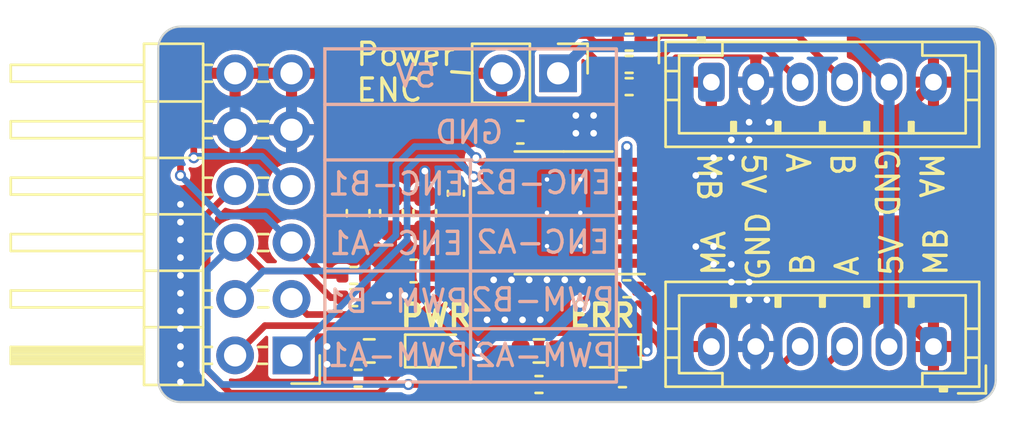
<source format=kicad_pcb>
(kicad_pcb (version 20221018) (generator pcbnew)
  (layers (0 "F.Cu" signal) (31 "B.Cu" signal) (34 "B.Paste" user) (35 "F.Paste" user) (36 "B.SilkS" user "B.Silkscreen") (37 "F.SilkS" user "F.Silkscreen") (38 "B.Mask" user) (39 "F.Mask" user) (44 "Edge.Cuts" user))
  (net 0 "")
  (net 1 "+5V")
  (net 2 "Net-(U6-VCP)")
  (net 3 "GND")
  (net 4 "Net-(U6-VINT)")
  (net 5 "Net-(D1-K)")
  (net 6 "Net-(D2-K)")
  (net 7 "Net-(J1-Pin_1)")
  (net 8 "/ENC_B2")
  (net 9 "/ENC_A2")
  (net 10 "Net-(J1-Pin_5)")
  (net 11 "Net-(J1-Pin_6)")
  (net 12 "Net-(J6-Pin_1)")
  (net 13 "/ENC_B1")
  (net 14 "/ENC_A1")
  (net 15 "Net-(J6-Pin_6)")
  (net 16 "/PWM-A2")
  (net 17 "/PWM-A1")
  (net 18 "/PWM-B2")
  (net 19 "/PWM-B1")
  (net 20 "Net-(U6-nSLEEP)")
  (net 21 "Net-(J1-Pin_3)")
  (net 22 "Net-(J1-Pin_4)")
  (net 23 "Net-(J6-Pin_3)")
  (net 24 "Net-(J6-Pin_4)")
  (net 25 "Net-(D1-A)")
  (footprint "Connector_JST:JST_PH_B6B-PH-K_1x06_P2.00mm_Vertical" (layer "F.Cu") (at 168.9 89.6 180)
    (fp_text reference "J6" hide)
    (fp_text value "Encoder" hide)
    (pad "1" thru_hole roundrect (at 0 0 180) (size 1.2 1.75) (drill 0.75) (layers "*.Cu" "*.Mask") (roundrect_rratio 0.208333) (net 12 "Net-(J6-Pin_1)"))
    (pad "2" thru_hole oval (at 2 0 180) (size 1.2 1.75) (drill 0.75) (layers "*.Cu" "*.Mask") (net 10 "Net-(J1-Pin_5)"))
    (pad "3" thru_hole oval (at 4 0 180) (size 1.2 1.75) (drill 0.75) (layers "*.Cu" "*.Mask") (net 23 "Net-(J6-Pin_3)"))
    (pad "4" thru_hole oval (at 6 0 180) (size 1.2 1.75) (drill 0.75) (layers "*.Cu" "*.Mask") (net 24 "Net-(J6-Pin_4)"))
    (pad "5" thru_hole oval (at 8 0 180) (size 1.2 1.75) (drill 0.75) (layers "*.Cu" "*.Mask") (net 3 "GND"))
    (pad "6" thru_hole oval (at 10 0 180) (size 1.2 1.75) (drill 0.75) (layers "*.Cu" "*.Mask") (net 15 "Net-(J6-Pin_6)"))
  )
  (footprint "Connector_PinHeader_2.54mm:PinHeader_2x06_P2.54mm_Horizontal" (layer "F.Cu") (at 140 90 180)
    (fp_text reference "J8" hide)
    (fp_text value "Conn_02x06_Odd_Even" hide)
    (pad "1" thru_hole rect (at 0 0 180) (size 1.7 1.7) (drill 1) (layers "*.Cu" "*.Mask") (net 16 "/PWM-A2"))
    (pad "2" thru_hole oval (at 2.54 0 180) (size 1.7 1.7) (drill 1) (layers "*.Cu" "*.Mask") (net 17 "/PWM-A1"))
    (pad "3" thru_hole oval (at 0 2.54 180) (size 1.7 1.7) (drill 1) (layers "*.Cu" "*.Mask") (net 18 "/PWM-B2"))
    (pad "4" thru_hole oval (at 2.54 2.54 180) (size 1.7 1.7) (drill 1) (layers "*.Cu" "*.Mask") (net 19 "/PWM-B1"))
    (pad "5" thru_hole oval (at 0 5.08 180) (size 1.7 1.7) (drill 1) (layers "*.Cu" "*.Mask") (net 9 "/ENC_A2"))
    (pad "6" thru_hole oval (at 2.54 5.08 180) (size 1.7 1.7) (drill 1) (layers "*.Cu" "*.Mask") (net 14 "/ENC_A1"))
    (pad "7" thru_hole oval (at 0 7.62 180) (size 1.7 1.7) (drill 1) (layers "*.Cu" "*.Mask") (net 8 "/ENC_B2"))
    (pad "8" thru_hole oval (at 2.54 7.62 180) (size 1.7 1.7) (drill 1) (layers "*.Cu" "*.Mask") (net 13 "/ENC_B1"))
    (pad "9" thru_hole oval (at 0 10.16 180) (size 1.7 1.7) (drill 1) (layers "*.Cu" "*.Mask") (net 3 "GND"))
    (pad "10" thru_hole oval (at 2.54 10.16 180) (size 1.7 1.7) (drill 1) (layers "*.Cu" "*.Mask") (net 3 "GND"))
    (pad "11" thru_hole oval (at 0 12.7 180) (size 1.7 1.7) (drill 1) (layers "*.Cu" "*.Mask") (net 1 "+5V"))
    (pad "12" thru_hole oval (at 2.54 12.7 180) (size 1.7 1.7) (drill 1) (layers "*.Cu" "*.Mask") (net 1 "+5V"))
  )
  (footprint "Resistor_SMD:R_0402_1005Metric" (layer "F.Cu") (at 143 91.03 180)
    (fp_text reference "R10" hide)
    (fp_text value "10k" hide)
    (pad "1" smd roundrect (at -0.51 0 180) (size 0.54 0.64) (layers "F.Cu" "F.Paste" "F.Mask") (net 13 "/ENC_B1"))
    (pad "2" smd roundrect (at 0.51 0 180) (size 0.54 0.64) (layers "F.Cu" "F.Paste" "F.Mask") (net 3 "GND"))
  )
  (footprint "Capacitor_SMD:C_0603_1608Metric" (layer "F.Cu") (at 146 83.6 -90)
    (fp_text reference "C12" hide)
    (fp_text value "10u" hide)
    (pad "1" smd roundrect (at -0.775 0 270) (size 0.9 0.95) (layers "F.Cu" "F.Paste" "F.Mask") (net 1 "+5V"))
    (pad "2" smd roundrect (at 0.775 0 270) (size 0.9 0.95) (layers "F.Cu" "F.Paste" "F.Mask") (net 3 "GND"))
  )
  (footprint "Connector_PinHeader_2.54mm:PinHeader_1x02_P2.54mm_Vertical" (layer "F.Cu") (at 152 77.3 -90)
    (fp_text reference "JP4" hide)
    (fp_text value "Jumper_2_Bridged" hide)
    (pad "1" thru_hole rect (at 0 0 270) (size 1.7 1.7) (drill 1) (layers "*.Cu" "*.Mask") (net 10 "Net-(J1-Pin_5)"))
    (pad "2" thru_hole oval (at 0 2.54 270) (size 1.7 1.7) (drill 1) (layers "*.Cu" "*.Mask") (net 1 "+5V"))
  )
  (footprint "Capacitor_SMD:C_0603_1608Metric" (layer "F.Cu") (at 145.5 86.2 180)
    (fp_text reference "C15" hide)
    (fp_text value "2.2uF" hide)
    (pad "1" smd roundrect (at -0.775 0 180) (size 0.9 0.95) (layers "F.Cu" "F.Paste" "F.Mask") (net 4 "Net-(U6-VINT)"))
    (pad "2" smd roundrect (at 0.775 0 180) (size 0.9 0.95) (layers "F.Cu" "F.Paste" "F.Mask") (net 3 "GND"))
  )
  (footprint "Resistor_SMD:R_0402_1005Metric" (layer "F.Cu") (at 155.2 75.9)
    (fp_text reference "R5" hide)
    (fp_text value "4k7" hide)
    (pad "1" smd roundrect (at -0.51 0) (size 0.54 0.64) (layers "F.Cu" "F.Paste" "F.Mask") (net 9 "/ENC_A2"))
    (pad "2" smd roundrect (at 0.51 0) (size 0.54 0.64) (layers "F.Cu" "F.Paste" "F.Mask") (net 22 "Net-(J1-Pin_4)"))
  )
  (footprint "Resistor_SMD:R_0402_1005Metric" (layer "F.Cu") (at 142.8 87.4)
    (fp_text reference "R9" hide)
    (fp_text value "10k" hide)
    (pad "1" smd roundrect (at -0.51 0) (size 0.54 0.64) (layers "F.Cu" "F.Paste" "F.Mask") (net 14 "/ENC_A1"))
    (pad "2" smd roundrect (at 0.51 0) (size 0.54 0.64) (layers "F.Cu" "F.Paste" "F.Mask") (net 3 "GND"))
  )
  (footprint "Resistor_SMD:R_0402_1005Metric" (layer "F.Cu") (at 151.14 91.31)
    (fp_text reference "R6" hide)
    (fp_text value "4k7" hide)
    (pad "1" smd roundrect (at -0.51 0) (size 0.54 0.64) (layers "F.Cu" "F.Paste" "F.Mask") (net 14 "/ENC_A1"))
    (pad "2" smd roundrect (at 0.51 0) (size 0.54 0.64) (layers "F.Cu" "F.Paste" "F.Mask") (net 23 "Net-(J6-Pin_3)"))
  )
  (footprint "Resistor_SMD:R_0603_1608Metric" (layer "F.Cu") (at 151.14 89.8)
    (fp_text reference "R1" hide)
    (fp_text value "470" hide)
    (pad "1" smd roundrect (at -0.825 0) (size 0.8 0.95) (layers "F.Cu" "F.Paste" "F.Mask") (net 1 "+5V"))
    (pad "2" smd roundrect (at 0.825 0) (size 0.8 0.95) (layers "F.Cu" "F.Paste" "F.Mask") (net 25 "Net-(D1-A)"))
  )
  (footprint "Resistor_SMD:R_0402_1005Metric" (layer "F.Cu") (at 155.2 76.9)
    (fp_text reference "R4" hide)
    (fp_text value "4k7" hide)
    (pad "1" smd roundrect (at -0.51 0) (size 0.54 0.64) (layers "F.Cu" "F.Paste" "F.Mask") (net 8 "/ENC_B2"))
    (pad "2" smd roundrect (at 0.51 0) (size 0.54 0.64) (layers "F.Cu" "F.Paste" "F.Mask") (net 21 "Net-(J1-Pin_3)"))
  )
  (footprint "Package_SO:HTSSOP-16-1EP_4.4x5mm_P0.65mm_EP3.4x5mm_Mask2.46x2.31mm_ThermalVias" (layer "F.Cu") (at 152.25 83.58 180)
    (fp_text reference "U6" hide)
    (fp_text value "DRV8833" hide)
    (pad "1" smd roundrect (at -2.8625 -2.275 180) (size 1.575 0.4) (layers "F.Cu" "F.Paste" "F.Mask") (net 20 "Net-(U6-nSLEEP)"))
    (pad "2" smd roundrect (at -2.8625 -1.625 180) (size 1.575 0.4) (layers "F.Cu" "F.Paste" "F.Mask") (net 15 "Net-(J6-Pin_6)"))
    (pad "3" smd roundrect (at -2.8625 -0.975 180) (size 1.575 0.4) (layers "F.Cu" "F.Paste" "F.Mask") (net 3 "GND"))
    (pad "4" smd roundrect (at -2.8625 -0.325 180) (size 1.575 0.4) (layers "F.Cu" "F.Paste" "F.Mask") (net 12 "Net-(J6-Pin_1)"))
    (pad "5" smd roundrect (at -2.8625 0.325 180) (size 1.575 0.4) (layers "F.Cu" "F.Paste" "F.Mask") (net 11 "Net-(J1-Pin_6)"))
    (pad "6" smd roundrect (at -2.8625 0.975 180) (size 1.575 0.4) (layers "F.Cu" "F.Paste" "F.Mask") (net 3 "GND"))
    (pad "7" smd roundrect (at -2.8625 1.625 180) (size 1.575 0.4) (layers "F.Cu" "F.Paste" "F.Mask") (net 7 "Net-(J1-Pin_1)"))
    (pad "8" smd roundrect (at -2.8625 2.275 180) (size 1.575 0.4) (layers "F.Cu" "F.Paste" "F.Mask") (net 5 "Net-(D1-K)"))
    (pad "9" smd roundrect (at 2.8625 2.275 180) (size 1.575 0.4) (layers "F.Cu" "F.Paste" "F.Mask") (net 19 "/PWM-B1"))
    (pad "10" smd roundrect (at 2.8625 1.625 180) (size 1.575 0.4) (layers "F.Cu" "F.Paste" "F.Mask") (net 16 "/PWM-A2"))
    (pad "11" smd roundrect (at 2.8625 0.975 180) (size 1.575 0.4) (layers "F.Cu" "F.Paste" "F.Mask") (net 2 "Net-(U6-VCP)"))
    (pad "12" smd roundrect (at 2.8625 0.325 180) (size 1.575 0.4) (layers "F.Cu" "F.Paste" "F.Mask") (net 1 "+5V"))
    (pad "13" smd roundrect (at 2.8625 -0.325 180) (size 1.575 0.4) (layers "F.Cu" "F.Paste" "F.Mask") (net 3 "GND"))
    (pad "14" smd roundrect (at 2.8625 -0.975 180) (size 1.575 0.4) (layers "F.Cu" "F.Paste" "F.Mask") (net 4 "Net-(U6-VINT)"))
    (pad "15" smd roundrect (at 2.8625 -1.625 180) (size 1.575 0.4) (layers "F.Cu" "F.Paste" "F.Mask") (net 18 "/PWM-B2"))
    (pad "16" smd roundrect (at 2.8625 -2.275 180) (size 1.575 0.4) (layers "F.Cu" "F.Paste" "F.Mask") (net 17 "/PWM-A1"))
    (pad "17" thru_hole circle (at -0.75 -1.5 180) (size 0.5 0.5) (drill 0.2) (layers "*.Cu") (net 3 "GND"))
    (pad "17" thru_hole circle (at -0.75 0 180) (size 0.5 0.5) (drill 0.2) (layers "*.Cu") (net 3 "GND"))
    (pad "17" thru_hole circle (at -0.75 1.5 180) (size 0.5 0.5) (drill 0.2) (layers "*.Cu") (net 3 "GND"))
    (pad "17" smd rect (at 0 0 180) (size 2 3.5) (layers "B.Cu") (net 3 "GND"))
    (pad "17" smd rect (at 0 0 180) (size 3.4 5) (layers "F.Cu") (net 3 "GND"))
    (pad "17" thru_hole circle (at 0.75 -1.5 180) (size 0.5 0.5) (drill 0.2) (layers "*.Cu") (net 3 "GND"))
    (pad "17" thru_hole circle (at 0.75 0 180) (size 0.5 0.5) (drill 0.2) (layers "*.Cu") (net 3 "GND"))
    (pad "17" thru_hole circle (at 0.75 1.5 180) (size 0.5 0.5) (drill 0.2) (layers "*.Cu") (net 3 "GND"))
  )
  (footprint "Resistor_SMD:R_0402_1005Metric" (layer "F.Cu") (at 142.8 86.4)
    (fp_text reference "R8" hide)
    (fp_text value "10k" hide)
    (pad "1" smd roundrect (at -0.51 0) (size 0.54 0.64) (layers "F.Cu" "F.Paste" "F.Mask") (net 9 "/ENC_A2"))
    (pad "2" smd roundrect (at 0.51 0) (size 0.54 0.64) (layers "F.Cu" "F.Paste" "F.Mask") (net 3 "GND"))
  )
  (footprint "Connector_JST:JST_PH_B6B-PH-K_1x06_P2.00mm_Vertical" (layer "F.Cu") (at 158.9 77.7)
    (fp_text reference "J1" hide)
    (fp_text value "Encoder" hide)
    (pad "1" thru_hole roundrect (at 0 0) (size 1.2 1.75) (drill 0.75) (layers "*.Cu" "*.Mask") (roundrect_rratio 0.208333) (net 7 "Net-(J1-Pin_1)"))
    (pad "2" thru_hole oval (at 2 0) (size 1.2 1.75) (drill 0.75) (layers "*.Cu" "*.Mask") (net 3 "GND"))
    (pad "3" thru_hole oval (at 4 0) (size 1.2 1.75) (drill 0.75) (layers "*.Cu" "*.Mask") (net 21 "Net-(J1-Pin_3)"))
    (pad "4" thru_hole oval (at 6 0) (size 1.2 1.75) (drill 0.75) (layers "*.Cu" "*.Mask") (net 22 "Net-(J1-Pin_4)"))
    (pad "5" thru_hole oval (at 8 0) (size 1.2 1.75) (drill 0.75) (layers "*.Cu" "*.Mask") (net 10 "Net-(J1-Pin_5)"))
    (pad "6" thru_hole oval (at 10 0) (size 1.2 1.75) (drill 0.75) (layers "*.Cu" "*.Mask") (net 11 "Net-(J1-Pin_6)"))
  )
  (footprint "Resistor_SMD:R_0402_1005Metric" (layer "F.Cu") (at 155.2 77.9)
    (fp_text reference "R3" hide)
    (fp_text value "10k" hide)
    (pad "1" smd roundrect (at -0.51 0) (size 0.54 0.64) (layers "F.Cu" "F.Paste" "F.Mask") (net 8 "/ENC_B2"))
    (pad "2" smd roundrect (at 0.51 0) (size 0.54 0.64) (layers "F.Cu" "F.Paste" "F.Mask") (net 3 "GND"))
  )
  (footprint "LED_SMD:LED_0603_1608Metric" (layer "F.Cu") (at 154.24 89.8 180)
    (fp_text reference "D1" hide)
    (fp_text value "LED" hide)
    (pad "1" smd roundrect (at -0.7875 0 180) (size 0.875 0.95) (layers "F.Cu" "F.Paste" "F.Mask") (net 5 "Net-(D1-K)"))
    (pad "2" smd roundrect (at 0.7875 0 180) (size 0.875 0.95) (layers "F.Cu" "F.Paste" "F.Mask") (net 25 "Net-(D1-A)"))
  )
  (footprint "Capacitor_SMD:C_0603_1608Metric" (layer "F.Cu") (at 150.3 79.95)
    (fp_text reference "C1" hide)
    (fp_text value "10u" hide)
    (pad "1" smd roundrect (at -0.775 0) (size 0.9 0.95) (layers "F.Cu" "F.Paste" "F.Mask") (net 1 "+5V"))
    (pad "2" smd roundrect (at 0.775 0) (size 0.9 0.95) (layers "F.Cu" "F.Paste" "F.Mask") (net 3 "GND"))
  )
  (footprint "LED_SMD:LED_0603_1608Metric" (layer "F.Cu") (at 146.6 89.8)
    (fp_text reference "D2" hide)
    (fp_text value "LED" hide)
    (pad "1" smd roundrect (at -0.7875 0) (size 0.875 0.95) (layers "F.Cu" "F.Paste" "F.Mask") (net 6 "Net-(D2-K)"))
    (pad "2" smd roundrect (at 0.7875 0) (size 0.875 0.95) (layers "F.Cu" "F.Paste" "F.Mask") (net 1 "+5V"))
  )
  (footprint "Capacitor_SMD:C_0402_1005Metric" (layer "F.Cu") (at 147.4 82.7 90)
    (fp_text reference "C11" hide)
    (fp_text value "0.1u" hide)
    (pad "1" smd roundrect (at -0.48 0 90) (size 0.56 0.62) (layers "F.Cu" "F.Paste" "F.Mask") (net 1 "+5V"))
    (pad "2" smd roundrect (at 0.48 0 90) (size 0.56 0.62) (layers "F.Cu" "F.Paste" "F.Mask") (net 2 "Net-(U6-VCP)"))
  )
  (footprint "Resistor_SMD:R_0402_1005Metric" (layer "F.Cu") (at 154.9 91.05)
    (fp_text reference "R7" hide)
    (fp_text value "4k7" hide)
    (pad "1" smd roundrect (at -0.51 0) (size 0.54 0.64) (layers "F.Cu" "F.Paste" "F.Mask") (net 13 "/ENC_B1"))
    (pad "2" smd roundrect (at 0.51 0) (size 0.54 0.64) (layers "F.Cu" "F.Paste" "F.Mask") (net 24 "Net-(J6-Pin_4)"))
  )
  (footprint "Capacitor_SMD:C_0603_1608Metric" (layer "F.Cu") (at 143 83.6 -90)
    (fp_text reference "C14" hide)
    (fp_text value "10u" hide)
    (pad "1" smd roundrect (at -0.775 0 270) (size 0.9 0.95) (layers "F.Cu" "F.Paste" "F.Mask") (net 1 "+5V"))
    (pad "2" smd roundrect (at 0.775 0 270) (size 0.9 0.95) (layers "F.Cu" "F.Paste" "F.Mask") (net 3 "GND"))
  )
  (footprint "Resistor_SMD:R_0402_1005Metric" (layer "F.Cu") (at 155.1 87)
    (fp_text reference "R24" hide)
    (fp_text value "10k" hide)
    (pad "1" smd roundrect (at -0.51 0) (size 0.54 0.64) (layers "F.Cu" "F.Paste" "F.Mask") (net 1 "+5V"))
    (pad "2" smd roundrect (at 0.51 0) (size 0.54 0.64) (layers "F.Cu" "F.Paste" "F.Mask") (net 20 "Net-(U6-nSLEEP)"))
  )
  (footprint "Resistor_SMD:R_0603_1608Metric" (layer "F.Cu") (at 143.5 89.8 180)
    (fp_text reference "R2" hide)
    (fp_text value "1k" hide)
    (pad "1" smd roundrect (at -0.825 0 180) (size 0.8 0.95) (layers "F.Cu" "F.Paste" "F.Mask") (net 6 "Net-(D2-K)"))
    (pad "2" smd roundrect (at 0.825 0 180) (size 0.8 0.95) (layers "F.Cu" "F.Paste" "F.Mask") (net 3 "GND"))
  )
  (footprint "Capacitor_SMD:C_0603_1608Metric" (layer "F.Cu") (at 144.5 83.6 -90)
    (fp_text reference "C13" hide)
    (fp_text value "10u" hide)
    (pad "1" smd roundrect (at -0.775 0 270) (size 0.9 0.95) (layers "F.Cu" "F.Paste" "F.Mask") (net 1 "+5V"))
    (pad "2" smd roundrect (at 0.775 0 270) (size 0.9 0.95) (layers "F.Cu" "F.Paste" "F.Mask") (net 3 "GND"))
  )
  (gr_line (start 154.6 86.2) (end 141.5 86.2) (stroke (width 0.15)) (layer "B.SilkS"))
  (gr_line (start 148.05 81.2) (end 148.0627 91.2) (stroke (width 0.15)) (layer "B.SilkS"))
  (gr_rect (start 141.5 76.2) (end 154.6254 91.2) (stroke (width 0.15)) (fill none) (layer "B.SilkS"))
  (gr_line (start 154.6 78.7) (end 141.5 78.7) (stroke (width 0.15)) (layer "B.SilkS"))
  (gr_line (start 154.6 83.7) (end 141.5 83.7) (stroke (width 0.15)) (layer "B.SilkS"))
  (gr_line (start 154.6 88.8) (end 141.5 88.8) (stroke (width 0.15)) (layer "B.SilkS"))
  (gr_line (start 154.6 81.2) (end 141.5 81.2) (stroke (width 0.15)) (layer "B.SilkS"))
  (gr_line (start 147.21 77.23) (end 148.13 77.3) (stroke (width 0.15)) (layer "F.SilkS"))
  (gr_arc (start 171.7 91.1) (mid 171.407107 91.807107) (end 170.7 92.1) (stroke (width 0.1)) (layer "Edge.Cuts"))
  (gr_arc (start 170.7 75.2) (mid 171.407107 75.492893) (end 171.7 76.2) (stroke (width 0.1)) (layer "Edge.Cuts"))
  (gr_line (start 134 76.2) (end 134 91.1) (stroke (width 0.1)) (layer "Edge.Cuts"))
  (gr_arc (start 135 92.1) (mid 134.292893 91.807107) (end 134 91.1) (stroke (width 0.1)) (layer "Edge.Cuts"))
  (gr_line (start 171.7 91.1) (end 171.7 76.2) (stroke (width 0.1)) (layer "Edge.Cuts"))
  (gr_arc (start 134 76.2) (mid 134.292893 75.492893) (end 135 75.2) (stroke (width 0.1)) (layer "Edge.Cuts"))
  (gr_line (start 135 92.1) (end 170.7 92.1) (stroke (width 0.1)) (layer "Edge.Cuts"))
  (gr_line (start 170.7 75.2) (end 135 75.2) (stroke (width 0.1)) (layer "Edge.Cuts"))
  (gr_text "PWM-B1" (at 144.72 87.56) (layer "B.SilkS") (effects (font (size 1 1)) (justify mirror)))
  (gr_text "ENC-B2" (at 151.32 82.22) (layer "B.SilkS") (effects (font (size 1 1)) (justify mirror)))
  (gr_text "PWM-A2" (at 151.4 90) (layer "B.SilkS") (effects (font (size 1 1)) (justify mirror)))
  (gr_text "GND" (at 148 79.96) (layer "B.SilkS") (effects (font (size 1 1)) (justify mirror)))
  (gr_text "PWM-B2" (at 151.32 87.5) (layer "B.SilkS") (effects (font (size 1 1)) (justify mirror)))
  (gr_text "ENC-A2" (at 151.32 84.9) (layer "B.SilkS") (effects (font (size 1 1)) (justify mirror)))
  (gr_text "5V" (at 145.6 77.42) (layer "B.SilkS") (effects (font (size 1 1)) (justify mirror)))
  (gr_text "ENC-B1" (at 144.72 82.28) (layer "B.SilkS") (effects (font (size 1 1)) (justify mirror)))
  (gr_text "ENC-A1" (at 144.72 84.96) (layer "B.SilkS") (effects (font (size 1 1)) (justify mirror)))
  (gr_text "PWM-A1" (at 144.8 90) (layer "B.SilkS") (effects (font (size 1 1)) (justify mirror)))
  (gr_text "MB" (at 169.6 86.5 90) (layer "F.SilkS") (effects (font (size 1 1)) (justify left bottom)))
  (gr_text "Power\nENC" (at 142.83 78.64) (layer "F.SilkS") (effects (font (size 1 1)) (justify left bottom)))
  (gr_text "5V" (at 167.6 86.5 90) (layer "F.SilkS") (effects (font (size 1 1)) (justify left bottom)))
  (gr_text "PWR" (at 144.8 88.8) (layer "F.SilkS") (effects (font (size 1 1) (thickness 0.2) bold) (justify left bottom)))
  (gr_text "5V" (at 160.2 80.8 -90) (layer "F.SilkS") (effects (font (size 1 1)) (justify left bottom)))
  (gr_text "B" (at 163.6 86.5 90) (layer "F.SilkS") (effects (font (size 1 1)) (justify left bottom)))
  (gr_text "A" (at 162.2 80.8 -90) (layer "F.SilkS") (effects (font (size 1 1)) (justify left bottom)))
  (gr_text "ERR" (at 152.4 88.8) (layer "F.SilkS") (effects (font (size 1 1) (thickness 0.2) bold) (justify left bottom)))
  (gr_text "MA" (at 159.6 86.5 90) (layer "F.SilkS") (effects (font (size 1 1)) (justify left bottom)))
  (gr_text "MA" (at 168.2 80.8 -90) (layer "F.SilkS") (effects (font (size 1 1)) (justify left bottom)))
  (gr_text "GND" (at 166.2 80.6 -90) (layer "F.SilkS") (effects (font (size 1 1)) (justify left bottom)))
  (gr_text "MB" (at 158.2 80.8 -90) (layer "F.SilkS") (effects (font (size 1 1)) (justify left bottom)))
  (gr_text "GND" (at 161.6 86.7 90) (layer "F.SilkS") (effects (font (size 1 1)) (justify left bottom)))
  (gr_text "A" (at 165.6 86.5 90) (layer "F.SilkS") (effects (font (size 1 1)) (justify left bottom)))
  (gr_text "B" (at 164.2 80.8 -90) (layer "F.SilkS") (effects (font (size 1 1)) (justify left bottom)))
  (segment (start 153.71005 87) (end 153.005025 87.705025) (width 0.3) (layer "F.Cu") (net 1))
  (segment (start 154.59 87) (end 153.71005 87) (width 0.3) (layer "F.Cu") (net 1))
  (segment (start 148.4 89.8) (end 150.315 89.8) (width 0.5) (layer "F.Cu") (net 1))
  (segment (start 147.3875 89.8) (end 148.4 89.8) (width 0.5) (layer "F.Cu") (net 1))
  (via (at 148.4 89.8) (size 0.5) (drill 0.3) (layers "F.Cu" "B.Cu") (net 1))
  (via (at 153.005025 87.705025) (size 0.5) (drill 0.3) (layers "F.Cu" "B.Cu") (net 1))
  (via (at 146 81.7) (size 0.5) (drill 0.3) (layers "F.Cu" "B.Cu") (net 1))
  (segment (start 151.609719 89.10033) (end 149.09967 89.10033) (width 0.5) (layer "B.Cu") (net 1))
  (segment (start 149.09967 89.10033) (end 148.4 89.8) (width 0.5) (layer "B.Cu") (net 1))
  (segment (start 146 87.4) (end 146 87) (width 0.5) (layer "B.Cu") (net 1))
  (segment (start 146 87) (end 146 81.7) (width 0.5) (layer "B.Cu") (net 1))
  (segment (start 148.4 89.8) (end 146 87.4) (width 0.5) (layer "B.Cu") (net 1))
  (segment (start 153.005025 87.705025) (end 151.609719 89.10033) (width 0.5) (layer "B.Cu") (net 1))
  (segment (start 147.542966 82.22) (end 147.4 82.22) (width 0.3) (layer "F.Cu") (net 2))
  (segment (start 149.3875 82.605) (end 147.927966 82.605) (width 0.3) (layer "F.Cu") (net 2))
  (segment (start 147.927966 82.605) (end 147.542966 82.22) (width 0.3) (layer "F.Cu") (net 2))
  (segment (start 151.925 83.905) (end 152.25 83.58) (width 0.3) (layer "F.Cu") (net 3))
  (segment (start 155.1125 82.605) (end 156.695 82.605) (width 0.2) (layer "F.Cu") (net 3))
  (segment (start 155.1125 82.605) (end 153.225 82.605) (width 0.2) (layer "F.Cu") (net 3))
  (segment (start 155.1125 84.555) (end 153.225 84.555) (width 0.2) (layer "F.Cu") (net 3))
  (segment (start 155.1125 84.555) (end 156.655 84.555) (width 0.2) (layer "F.Cu") (net 3))
  (segment (start 156.695 82.605) (end 157.15 82.15) (width 0.2) (layer "F.Cu") (net 3))
  (segment (start 153.225 84.555) (end 152.25 83.58) (width 0.2) (layer "F.Cu") (net 3))
  (segment (start 149.3875 83.905) (end 147.595 83.905) (width 0.3) (layer "F.Cu") (net 3))
  (segment (start 156.655 84.555) (end 157.2 85.1) (width 0.2) (layer "F.Cu") (net 3))
  (segment (start 149.3875 83.905) (end 151.925 83.905) (width 0.3) (layer "F.Cu") (net 3))
  (segment (start 147.595 83.905) (end 147.2 84.3) (width 0.3) (layer "F.Cu") (net 3))
  (segment (start 153.225 82.605) (end 152.25 83.58) (width 0.2) (layer "F.Cu") (net 3))
  (via (at 135 84.8) (size 0.5) (drill 0.3) (layers "F.Cu" "B.Cu") (net 3))
  (via (at 135 84) (size 0.5) (drill 0.3) (layers "F.Cu" "B.Cu") (net 3))
  (via (at 160.6 80.3) (size 0.5) (drill 0.3) (layers "F.Cu" "B.Cu") (net 3))
  (via (at 158.2 81.9) (size 0.5) (drill 0.3) (layers "F.Cu" "B.Cu") (net 3))
  (via (at 160.6 79.5) (size 0.5) (drill 0.3) (layers "F.Cu" "B.Cu") (net 3))
  (via (at 135 89.6) (size 0.5) (drill 0.3) (layers "F.Cu" "B.Cu") (net 3))
  (via (at 160.6 87.5) (size 0.5) (drill 0.3) (layers "F.Cu" "B.Cu") (net 3))
  (via (at 159 85.1) (size 0.5) (drill 0.3) (layers "F.Cu" "B.Cu") (net 3))
  (via (at 151.2 88.4) (size 0.5) (drill 0.3) (layers "F.Cu" "B.Cu") (net 3))
  (via (at 161.4 87.5) (size 0.5) (drill 0.3) (layers "F.Cu" "B.Cu") (net 3))
  (via (at 145.1 87.3) (size 0.5) (drill 0.3) (layers "F.Cu" "B.Cu") (net 3))
  (via (at 159 85.9) (size 0.5) (drill 0.3) (layers "F.Cu" "B.Cu") (net 3))
  (via (at 135 88) (size 0.5) (drill 0.3) (layers "F.Cu" "B.Cu") (net 3))
  (via (at 135 83.2) (size 0.5) (drill 0.3) (layers "F.Cu" "B.Cu") (net 3))
  (via (at 148.8 88.4) (size 0.5) (drill 0.3) (layers "F.Cu" "B.Cu") (net 3))
  (via (at 135 87.2) (size 0.5) (drill 0.3) (layers "F.Cu" "B.Cu") (net 3))
  (via (at 135 86.4) (size 0.5) (drill 0.3) (layers "F.Cu" "B.Cu") (net 3))
  (via (at 159 81.1) (size 0.5) (drill 0.3) (layers "F.Cu" "B.Cu") (net 3))
  (via (at 152.8 80) (size 0.5) (drill 0.3) (layers "F.Cu" "B.Cu") (net 3))
  (via (at 159.8 80.3) (size 0.5) (drill 0.3) (layers "F.Cu" "B.Cu") (net 3))
  (via (at 159.8 86.7) (size 0.5) (drill 0.3) (layers "F.Cu" "B.Cu") (net 3))
  (via (at 135 88.8) (size 0.5) (drill 0.3) (layers "F.Cu" "B.Cu") (net 3))
  (via (at 151.5 86.6) (size 0.5) (drill 0.3) (layers "F.Cu" "B.Cu") (net 3))
  (via (at 135 85.6) (size 0.5) (drill 0.3) (layers "F.Cu" "B.Cu") (net 3))
  (via (at 153.1 86.6) (size 0.5) (drill 0.3) (layers "F.Cu" "B.Cu") (net 3))
  (via (at 141.6 89.6) (size 0.5) (drill 0.3) (layers "F.Cu" "B.Cu") (net 3))
  (via (at 149.1 86.6) (size 0.5) (drill 0.3) (layers "F.Cu" "B.Cu") (net 3))
  (via (at 152.3 86.6) (size 0.5) (drill 0.3) (layers "F.Cu" "B.Cu") (net 3))
  (via (at 152.8 79.2) (size 0.5) (drill 0.3) (layers "F.Cu" "B.Cu") (net 3))
  (via (at 159.8 85.9) (size 0.5) (drill 0.3) (layers "F.Cu" "B.Cu") (net 3))
  (via (at 149.6 88.4) (size 0.5) (drill 0.3) (layers "F.Cu" "B.Cu") (net 3))
  (via (at 161.5 79.5) (size 0.5) (drill 0.3) (layers "F.Cu" "B.Cu") (net 3))
  (via (at 153.6 79.2) (size 0.5) (drill 0.3) (layers "F.Cu" "B.Cu") (net 3))
  (via (at 159.8 81.1) (size 0.5) (drill 0.3) (layers "F.Cu" "B.Cu") (net 3))
  (via (at 159 81.9) (size 0.5) (drill 0.3) (layers "F.Cu" "B.Cu") (net 3))
  (via (at 141.6 90.4) (size 0.5) (drill 0.3) (layers "F.Cu" "B.Cu") (net 3))
  (via (at 150.4 88.4) (size 0.5) (drill 0.3) (layers "F.Cu" "B.Cu") (net 3))
  (via (at 135 90.4) (size 0.5) (drill 0.3) (layers "F.Cu" "B.Cu") (net 3))
  (via (at 149.9 86.6) (size 0.5) (drill 0.3) (layers "F.Cu" "B.Cu") (net 3))
  (via (at 158.2 85.1) (size 0.5) (drill 0.3) (layers "F.Cu" "B.Cu") (net 3))
  (via (at 150.7 86.6) (size 0.5) (drill 0.3) (layers "F.Cu" "B.Cu") (net 3))
  (via (at 135 91.2) (size 0.5) (drill 0.3) (layers "F.Cu" "B.Cu") (net 3))
  (via (at 160.6 86.7) (size 0.5) (drill 0.3) (layers "F.Cu" "B.Cu") (net 3))
  (via (at 153.6 80) (size 0.5) (drill 0.3) (layers "F.Cu" "B.Cu") (net 3))
  (via (at 144.4 87.3) (size 0.5) (drill 0.3) (layers "F.Cu" "B.Cu") (net 3))
  (segment (start 147.2 85.9) (end 146.9 86.2) (width 0.5) (layer "F.Cu") (net 4))
  (segment (start 146.9 86.2) (end 146.275 86.2) (width 0.5) (layer "F.Cu") (net 4))
  (segment (start 148.045 84.555) (end 149.3875 84.555) (width 0.3) (layer "F.Cu") (net 4))
  (segment (start 147.896472 84.555) (end 147.2 85.251472) (width 0.5) (layer "F.Cu") (net 4))
  (segment (start 147.2 85.251472) (end 147.2 85.9) (width 0.5) (layer "F.Cu") (net 4))
  (segment (start 148.045 84.555) (end 147.896472 84.555) (width 0.5) (layer "F.Cu") (net 4))
  (segment (start 155.1 81.2925) (end 155.1125 81.305) (width 0.5) (layer "F.Cu") (net 5))
  (segment (start 156 89.8) (end 155.0275 89.8) (width 0.5) (layer "F.Cu") (net 5))
  (segment (start 155.1 80.6) (end 155.1 81.2925) (width 0.5) (layer "F.Cu") (net 5))
  (via (at 156 89.8) (size 0.5) (drill 0.3) (layers "F.Cu" "B.Cu") (net 5))
  (via (at 155.1 80.6) (size 0.5) (drill 0.3) (layers "F.Cu" "B.Cu") (net 5))
  (segment (start 155.1 86.6) (end 155.1 80.6) (width 0.5) (layer "B.Cu") (net 5))
  (segment (start 156 87.5) (end 155.1 86.6) (width 0.5) (layer "B.Cu") (net 5))
  (segment (start 156 89.8) (end 156 87.5) (width 0.5) (layer "B.Cu") (net 5))
  (segment (start 144.325 89.8) (end 145.8125 89.8) (width 0.5) (layer "F.Cu") (net 6))
  (segment (start 158.9 79.4) (end 158.9 77.7) (width 0.5) (layer "F.Cu") (net 7))
  (segment (start 155.1125 81.955) (end 156.345 81.955) (width 0.4) (layer "F.Cu") (net 7))
  (segment (start 156.345 81.955) (end 158.9 79.4) (width 0.5) (layer "F.Cu") (net 7))
  (segment (start 154.69 76.9) (end 153.9 76.9) (width 0.3) (layer "F.Cu") (net 8))
  (segment (start 153.9 77.6) (end 154.2 77.9) (width 0.3) (layer "F.Cu") (net 8))
  (segment (start 135.5995 81.1) (end 135.5995 76.707606) (width 0.3) (layer "F.Cu") (net 8))
  (segment (start 153.9 76.9) (end 153.9 77.6) (width 0.3) (layer "F.Cu") (net 8))
  (segment (start 135.5995 76.707606) (end 136.207106 76.1) (width 0.3) (layer "F.Cu") (net 8))
  (segment (start 154.2 77.9) (end 154.69 77.9) (width 0.3) (layer "F.Cu") (net 8))
  (segment (start 136.207106 76.1) (end 153.1 76.1) (width 0.3) (layer "F.Cu") (net 8))
  (segment (start 153.1 76.1) (end 153.9 76.9) (width 0.3) (layer "F.Cu") (net 8))
  (via (at 135.5995 81.1) (size 0.5) (drill 0.3) (layers "F.Cu" "B.Cu") (net 8))
  (segment (start 138.655344 81.035344) (end 140 82.38) (width 0.3) (layer "B.Cu") (net 8))
  (segment (start 135.664156 81.035344) (end 138.655344 81.035344) (width 0.3) (layer "B.Cu") (net 8))
  (segment (start 135.5995 81.1) (end 135.664156 81.035344) (width 0.3) (layer "B.Cu") (net 8))
  (segment (start 154.69 75.9) (end 153.65 75.9) (width 0.3) (layer "F.Cu") (net 9))
  (segment (start 153.35 75.6) (end 135.999999 75.6) (width 0.3) (layer "F.Cu") (net 9))
  (segment (start 135 76.6) (end 135 81.9) (width 0.3) (layer "F.Cu") (net 9))
  (segment (start 142.29 86.4) (end 141.48 86.4) (width 0.3) (layer "F.Cu") (net 9))
  (segment (start 153.65 75.9) (end 153.35 75.6) (width 0.3) (layer "F.Cu") (net 9))
  (segment (start 135.999999 75.6) (end 135 76.6) (width 0.3) (layer "F.Cu") (net 9))
  (segment (start 141.48 86.4) (end 140 84.92) (width 0.3) (layer "F.Cu") (net 9))
  (via (at 135 81.9) (size 0.5) (drill 0.3) (layers "F.Cu" "B.Cu") (net 9))
  (segment (start 135 81.9) (end 136.824656 83.724656) (width 0.3) (layer "B.Cu") (net 9))
  (segment (start 136.824656 83.724656) (end 138.804656 83.724656) (width 0.3) (layer "B.Cu") (net 9))
  (segment (start 138.804656 83.724656) (end 140 84.92) (width 0.3) (layer "B.Cu") (net 9))
  (segment (start 166.9 77.7) (end 165.3 76.1) (width 0.5) (layer "B.Cu") (net 10))
  (segment (start 165.3 76.1) (end 153.2 76.1) (width 0.5) (layer "B.Cu") (net 10))
  (segment (start 153.2 76.1) (end 152 77.3) (width 0.5) (layer "B.Cu") (net 10))
  (segment (start 166.9 89.6) (end 166.9 77.7) (width 0.5) (layer "B.Cu") (net 10))
  (segment (start 163.39 83.21) (end 168.9 77.7) (width 0.5) (layer "F.Cu") (net 11))
  (segment (start 156.465 83.21) (end 163.39 83.21) (width 0.5) (layer "F.Cu") (net 11))
  (segment (start 156.455 83.2) (end 156.465 83.21) (width 0.4) (layer "F.Cu") (net 11))
  (segment (start 155.1125 83.255) (end 156.4 83.255) (width 0.4) (layer "F.Cu") (net 11))
  (segment (start 156.4 83.905) (end 156.445 83.95) (width 0.4) (layer "F.Cu") (net 12))
  (segment (start 156.4 83.905) (end 155.1125 83.905) (width 0.4) (layer "F.Cu") (net 12))
  (segment (start 163.25 83.95) (end 168.9 89.6) (width 0.5) (layer "F.Cu") (net 12))
  (segment (start 156.445 83.95) (end 163.25 83.95) (width 0.5) (layer "F.Cu") (net 12))
  (segment (start 153.32 90.64) (end 153.73 91.05) (width 0.3) (layer "F.Cu") (net 13))
  (segment (start 143.95 91.7) (end 142.73 91.7) (width 0.3) (layer "F.Cu") (net 13))
  (segment (start 145.01 90.64) (end 144.31 91.34) (width 0.3) (layer "F.Cu") (net 13))
  (segment (start 136.2 90.66) (end 136.2 83.64) (width 0.3) (layer "F.Cu") (net 13))
  (segment (start 153.73 91.05) (end 154.39 91.05) (width 0.3) (layer "F.Cu") (net 13))
  (segment (start 137.24 91.7) (end 136.2 90.66) (width 0.3) (layer "F.Cu") (net 13))
  (segment (start 142.73 91.7) (end 137.24 91.7) (width 0.3) (layer "F.Cu") (net 13))
  (segment (start 142.84 91.7) (end 142.73 91.7) (width 0.3) (layer "F.Cu") (net 13))
  (segment (start 145.01 90.64) (end 153.32 90.64) (width 0.3) (layer "F.Cu") (net 13))
  (segment (start 143.51 91.03) (end 144 91.03) (width 0.3) (layer "F.Cu") (net 13))
  (segment (start 144.31 91.34) (end 143.95 91.7) (width 0.3) (layer "F.Cu") (net 13))
  (segment (start 144 91.03) (end 144.31 91.34) (width 0.3) (layer "F.Cu") (net 13))
  (segment (start 136.2 83.64) (end 137.46 82.38) (width 0.3) (layer "F.Cu") (net 13))
  (segment (start 142.29 87.4) (end 141.772894 87.4) (width 0.3) (layer "F.Cu") (net 14))
  (segment (start 138.74 86.2) (end 137.46 84.92) (width 0.3) (layer "F.Cu") (net 14))
  (segment (start 141.772894 87.4) (end 140.572894 86.2) (width 0.3) (layer "F.Cu") (net 14))
  (segment (start 140.572894 86.2) (end 138.74 86.2) (width 0.3) (layer "F.Cu") (net 14))
  (segment (start 150.63 91.31) (end 145.26 91.31) (width 0.3) (layer "F.Cu") (net 14))
  (via (at 145.26 91.31) (size 0.5) (drill 0.3) (layers "F.Cu" "B.Cu") (net 14))
  (segment (start 136.87 91.31) (end 136.21 90.65) (width 0.3) (layer "B.Cu") (net 14))
  (segment (start 136.21 90.65) (end 136.21 86.17) (width 0.3) (layer "B.Cu") (net 14))
  (segment (start 136.21 86.17) (end 137.46 84.92) (width 0.3) (layer "B.Cu") (net 14))
  (segment (start 145.26 91.31) (end 136.87 91.31) (width 0.3) (layer "B.Cu") (net 14))
  (segment (start 155.1125 85.205) (end 156.305 85.205) (width 0.4) (layer "F.Cu") (net 15))
  (segment (start 156.305 85.205) (end 158.9 87.8) (width 0.5) (layer "F.Cu") (net 15))
  (segment (start 158.9 87.8) (end 158.9 89.6) (width 0.5) (layer "F.Cu") (net 15))
  (segment (start 148.2 81.955) (end 149.3875 81.955) (width 0.2) (layer "F.Cu") (net 16))
  (via (at 148.2 81.955) (size 0.5) (drill 0.3) (layers "F.Cu" "B.Cu") (net 16))
  (segment (start 145.2 81.651471) (end 145.751471 81.1) (width 0.3) (layer "B.Cu") (net 16))
  (segment (start 145.751471 81.1) (end 147.345 81.1) (width 0.3) (layer "B.Cu") (net 16))
  (segment (start 140 90) (end 145.2 84.8) (width 0.3) (layer "B.Cu") (net 16))
  (segment (start 147.345 81.1) (end 148.2 81.955) (width 0.3) (layer "B.Cu") (net 16))
  (segment (start 145.2 84.8) (end 145.2 81.651471) (width 0.3) (layer "B.Cu") (net 16))
  (segment (start 148.3 86.355634) (end 148.3 86) (width 0.3) (layer "F.Cu") (net 17))
  (segment (start 137.46 90) (end 138.8 88.66) (width 0.3) (layer "F.Cu") (net 17))
  (segment (start 148.3 86) (end 148.445 85.855) (width 0.3) (layer "F.Cu") (net 17))
  (segment (start 145.995634 88.66) (end 148.3 86.355634) (width 0.3) (layer "F.Cu") (net 17))
  (segment (start 148.445 85.855) (end 149.3875 85.855) (width 0.3) (layer "F.Cu") (net 17))
  (segment (start 138.8 88.66) (end 145.995634 88.66) (width 0.3) (layer "F.Cu") (net 17))
  (segment (start 147.8 86.148528) (end 145.788528 88.16) (width 0.3) (layer "F.Cu") (net 18))
  (segment (start 145.788528 88.16) (end 140.7 88.16) (width 0.3) (layer "F.Cu") (net 18))
  (segment (start 148.095 85.205) (end 147.8 85.5) (width 0.3) (layer "F.Cu") (net 18))
  (segment (start 140.7 88.16) (end 140 87.46) (width 0.3) (layer "F.Cu") (net 18))
  (segment (start 147.8 85.5) (end 147.8 86.148528) (width 0.3) (layer "F.Cu") (net 18))
  (segment (start 149.3875 85.205) (end 148.095 85.205) (width 0.3) (layer "F.Cu") (net 18))
  (segment (start 148.505 81.305) (end 148.3 81.1) (width 0.3) (layer "F.Cu") (net 19))
  (segment (start 149.3875 81.305) (end 148.505 81.305) (width 0.3) (layer "F.Cu") (net 19))
  (via (at 148.3 81.1) (size 0.5) (drill 0.3) (layers "F.Cu" "B.Cu") (net 19))
  (segment (start 143.092894 86.2) (end 138.72 86.2) (width 0.3) (layer "B.Cu") (net 19))
  (segment (start 138.72 86.2) (end 137.46 87.46) (width 0.3) (layer "B.Cu") (net 19))
  (segment (start 144.7 84.592894) (end 143.092894 86.2) (width 0.3) (layer "B.Cu") (net 19))
  (segment (start 148.3 81.1) (end 147.8 80.6) (width 0.3) (layer "B.Cu") (net 19))
  (segment (start 145.544364 80.6) (end 144.7 81.444365) (width 0.3) (layer "B.Cu") (net 19))
  (segment (start 144.7 81.444365) (end 144.7 84.592894) (width 0.3) (layer "B.Cu") (net 19))
  (segment (start 147.8 80.6) (end 145.544364 80.6) (width 0.3) (layer "B.Cu") (net 19))
  (segment (start 156.1 87) (end 156.4 86.7) (width 0.3) (layer "F.Cu") (net 20))
  (segment (start 156.4 86.7) (end 156.4 86.1) (width 0.3) (layer "F.Cu") (net 20))
  (segment (start 156.155 85.855) (end 155.1125 85.855) (width 0.3) (layer "F.Cu") (net 20))
  (segment (start 155.61 87) (end 156.1 87) (width 0.3) (layer "F.Cu") (net 20))
  (segment (start 156.4 86.1) (end 156.155 85.855) (width 0.3) (layer "F.Cu") (net 20))
  (segment (start 161.3 76.1) (end 162.9 77.7) (width 0.3) (layer "F.Cu") (net 21))
  (segment (start 157.1 76.1) (end 161.3 76.1) (width 0.3) (layer "F.Cu") (net 21))
  (segment (start 155.71 76.9) (end 156.3 76.9) (width 0.3) (layer "F.Cu") (net 21))
  (segment (start 156.3 76.9) (end 157.1 76.1) (width 0.3) (layer "F.Cu") (net 21))
  (segment (start 162.8 75.6) (end 164.9 77.7) (width 0.3) (layer "F.Cu") (net 22))
  (segment (start 156.3 75.9) (end 156.6 75.6) (width 0.3) (layer "F.Cu") (net 22))
  (segment (start 155.71 75.9) (end 156.3 75.9) (width 0.3) (layer "F.Cu") (net 22))
  (segment (start 156.6 75.6) (end 162.8 75.6) (width 0.3) (layer "F.Cu") (net 22))
  (segment (start 162.78 91.72) (end 164.9 89.6) (width 0.3) (layer "F.Cu") (net 23))
  (segment (start 151.65 91.31) (end 153.11 91.31) (width 0.3) (layer "F.Cu") (net 23))
  (segment (start 153.52 91.72) (end 162.78 91.72) (width 0.3) (layer "F.Cu") (net 23))
  (segment (start 153.11 91.31) (end 153.52 91.72) (width 0.3) (layer "F.Cu") (net 23))
  (segment (start 162.9 89.6) (end 161.45 91.05) (width 0.3) (layer "F.Cu") (net 24))
  (segment (start 161.45 91.05) (end 155.41 91.05) (width 0.3) (layer "F.Cu") (net 24))
  (segment (start 151.825 89.8) (end 153.3125 89.8) (width 0.5) (layer "F.Cu") (net 25))
  (zone (net 1) (net_name "+5V") (layer "F.Cu") (priority 1) (connect_pads (clearance 0.25)) (min_thickness 0.15) (fill yes (thermal_gap 0.2) (thermal_bridge_width 0.5))
    (polygon (pts (xy 135.6 76.7) (xy 135.6 78.7) (xy 141.2 78.7) (xy 142 79.5) (xy 142 83.3) (xy 142.4 83.7) (xy 150.3 83.7) (xy 150.3 74.8) (xy 137.5 74.8)))
  )
  (zone (net 7) (net_name "Net-(J1-Pin_1)") (layer "F.Cu") (priority 3) (connect_pads (clearance 0.2)) (min_thickness 0.2) (fill yes (thermal_gap 0.2) (thermal_bridge_width 0.5))
    (polygon (pts (xy 154.2 82.16) (xy 156.5 82.16) (xy 159.7 78.96) (xy 159.7 77.16) (xy 159.5 76.76) (xy 158.2 76.76) (xy 154.2 80.76)))
  )
  (zone (net 15) (net_name "Net-(J6-Pin_6)") (layer "F.Cu") (priority 3) (connect_pads (clearance 0.2)) (min_thickness 0.2) (fill yes (thermal_gap 0.2) (thermal_bridge_width 0.5))
    (polygon (pts (xy 154.2 85) (xy 156.5 85) (xy 159.7 88.2) (xy 159.7 90) (xy 159.5 90.4) (xy 158.2 90.4) (xy 154.2 86.4)))
  )
  (zone (net 12) (net_name "Net-(J6-Pin_1)") (layer "F.Cu") (priority 2) (connect_pads (clearance 0.2)) (min_thickness 0.2) (fill yes (thermal_gap 0.2) (thermal_bridge_width 0.5))
    (polygon (pts (xy 154.2 83.7) (xy 172.1 83.7) (xy 172.1 92.4) (xy 165 92.4) (xy 165 89.5) (xy 159.7 84.2) (xy 154.2 84.2)))
  )
  (zone (net 11) (net_name "Net-(J1-Pin_6)") (layer "F.Cu") (priority 2) (connect_pads (clearance 0.2)) (min_thickness 0.2) (fill yes (thermal_gap 0.2) (thermal_bridge_width 0.5))
    (polygon (pts (xy 154.2 83.46) (xy 172.1 83.46) (xy 172.1 74.76) (xy 165 74.76) (xy 165 77.66) (xy 159.7 82.96) (xy 154.2 82.96)))
  )
  (zone (net 3) (net_name "GND") (layers "F&B.Cu") (connect_pads (clearance 0.2)) (min_thickness 0.15) (fill yes (thermal_gap 0.2) (thermal_bridge_width 0.5))
    (polygon (pts (xy 173 93) (xy 173 74) (xy 133 74) (xy 133 93)))
  )
  (zone (net 0) (net_name "") (layers "F.Cu" "F.CrtYd") (connect_pads (clearance 0)) (min_thickness 0.15)
    (keepout (tracks allowed) (vias allowed) (pads allowed) (copperpour not_allowed) (footprints allowed))
    (fill (thermal_gap 0.2) (thermal_bridge_width 0.5))
    (polygon (pts (xy 150.63 80.21) (xy 150.63 79.69) (xy 150.5 79.69) (xy 150.5 80.21)))
  )
)
</source>
